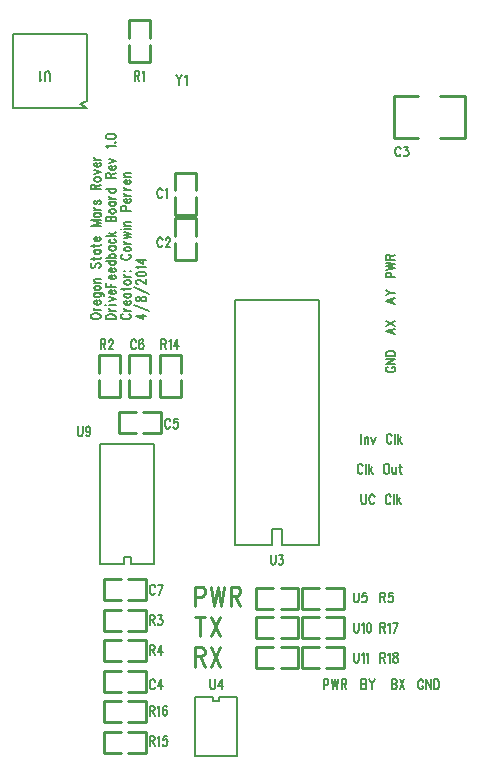
<source format=gto>
*
*
G04 PADS 9.3.1 Build Number: 456998 generated Gerber (RS-274-X) file*
G04 PC Version=2.1*
*
%IN "DriveFeedback.pcb"*%
*
%MOIN*%
*
%FSLAX35Y35*%
*
*
*
*
G04 PC Standard Apertures*
*
*
G04 Thermal Relief Aperture macro.*
%AMTER*
1,1,$1,0,0*
1,0,$1-$2,0,0*
21,0,$3,$4,0,0,45*
21,0,$3,$4,0,0,135*
%
*
*
G04 Annular Aperture macro.*
%AMANN*
1,1,$1,0,0*
1,0,$2,0,0*
%
*
*
G04 Odd Aperture macro.*
%AMODD*
1,1,$1,0,0*
1,0,$1-0.005,0,0*
%
*
*
G04 PC Custom Aperture Macros*
*
*
*
*
*
*
G04 PC Aperture Table*
*
%ADD010C,0.001*%
%ADD011C,0.01*%
%ADD040C,0.00787*%
%ADD202C,0.00504*%
%ADD203C,0.00504*%
*
*
*
*
G04 PC Circuitry*
G04 Layer Name DriveFeedback.pcb - circuitry*
%LPD*%
*
*
G04 PC Custom Flashes*
G04 Layer Name DriveFeedback.pcb - flashes*
%LPD*%
*
*
G04 PC Circuitry*
G04 Layer Name DriveFeedback.pcb - circuitry*
%LPD*%
*
G54D10*
G54D11*
G01X59366Y244980D02*
Y250780D01*
X52366*
Y244980*
X59366Y242580D02*
Y236780D01*
X52366*
Y242580*
X49209Y133247D02*
Y139047D01*
X42209*
Y133247*
X49209Y130847D02*
Y125047D01*
X42209*
Y130847*
X118050Y44689D02*
X123850D01*
Y51689*
X118050*
X115650Y44689D02*
X109850D01*
Y51689*
X115650*
X49587Y13657D02*
X43787D01*
Y6657*
X49587*
X51987Y13657D02*
X57787D01*
Y6657*
X51987*
Y16815D02*
X57787D01*
Y23815*
X51987*
X49587Y16815D02*
X43787D01*
Y23815*
X49587*
X57066Y113311D02*
X62866D01*
Y120311*
X57066*
X54666Y113311D02*
X48866D01*
Y120311*
X54666*
X59366Y133247D02*
Y139047D01*
X52366*
Y133247*
X59366Y130847D02*
Y125047D01*
X52366*
Y130847*
X69524Y133247D02*
Y139047D01*
X62524*
Y133247*
X69524Y130847D02*
Y125047D01*
X62524*
Y130847*
X118050Y34728D02*
X123850D01*
Y41728*
X118050*
X115650Y34728D02*
X109850D01*
Y41728*
X115650*
X100414Y51689D02*
X94614D01*
Y44689*
X100414*
X102814Y51689D02*
X108614D01*
Y44689*
X102814*
X100414Y41728D02*
X94614D01*
Y34728*
X100414*
X102814Y41728D02*
X108614D01*
Y34728*
X102814*
X67602Y191792D02*
Y185992D01*
X74602*
Y191792*
X67602Y194192D02*
Y199992D01*
X74602*
Y194192*
X67602Y176556D02*
Y170756D01*
X74602*
Y176556*
X67602Y178956D02*
Y184756D01*
X74602*
Y178956*
X156112Y211386D02*
X164162D01*
Y225386*
X156112*
X148612Y211386D02*
X140562D01*
Y225386*
X148612*
X51987Y47287D02*
X57787D01*
Y54287*
X51987*
X49587Y47287D02*
X43787D01*
Y54287*
X49587*
X51987Y37130D02*
X57787D01*
Y44130*
X51987*
X49587Y37130D02*
X43787D01*
Y44130*
X49587*
X51987Y26972D02*
X57787D01*
Y33972*
X51987*
X49587Y26972D02*
X43787D01*
Y33972*
X49587*
X51987Y57445D02*
X57787D01*
Y64445*
X51987*
X49587Y57445D02*
X43787D01*
Y64445*
X49587*
X115650Y61453D02*
X109850D01*
Y54453*
X115650*
X118050Y61453D02*
X123850D01*
Y54453*
X118050*
X100414Y61453D02*
X94614D01*
Y54453*
X100414*
X102814Y61453D02*
X108614D01*
Y54453*
X102814*
X74331Y41838D02*
Y35276D01*
Y41838D02*
X76376D01*
X77058Y41526*
X77285Y41213*
X77513Y40588*
Y39963*
X77285Y39338*
X77058Y39026*
X76376Y38713*
X74331*
X75922D02*
X77513Y35276D01*
X79558Y41838D02*
X82740Y35276D01*
Y41838D02*
X79558Y35276D01*
X75922Y51917D02*
Y45354D01*
X74331Y51917D02*
X77513D01*
X79558D02*
X82740Y45354D01*
Y51917D02*
X79558Y45354D01*
X74331Y61996D02*
Y55433D01*
Y61996D02*
X76376D01*
X77058Y61683*
X77285Y61371*
X77513Y60746*
Y59808*
X77285Y59183*
X77058Y58871*
X76376Y58558*
X74331*
X79558Y61996D02*
X80694Y55433D01*
X81831Y61996D02*
X80694Y55433D01*
X81831Y61996D02*
X82967Y55433D01*
X84103Y61996D02*
X82967Y55433D01*
X86149Y61996D02*
Y55433D01*
Y61996D02*
X88194D01*
X88876Y61683*
X89103Y61371*
X89331Y60746*
Y60121*
X89103Y59496*
X88876Y59183*
X88194Y58871*
X86149*
X87740D02*
X89331Y55433D01*
G54D40*
X38268Y246181D02*
X13465D01*
Y221378*
X38268*
Y221673*
X36102Y222756*
X38268Y223839*
Y246181*
X60709Y69370D02*
X52785D01*
Y71880*
X50522*
Y69370*
X42598*
Y109528*
X60709*
Y69370*
X115551Y75965D02*
X103322D01*
Y81070*
X99828*
Y75965*
X87598*
Y157657*
X115551*
Y75965*
X74173Y25079D02*
X80374D01*
Y23848*
X82146*
Y25079*
X88346*
Y5394*
X74173*
Y25079*
G54D202*
X25866Y230472D02*
Y232835D01*
X25752Y233307*
X25523Y233622*
X25179Y233780*
X24950*
X24606Y233622*
X24377Y233307*
X24263Y232835*
Y230472*
X23232Y231102D02*
X23003Y230945D01*
X22659Y230472*
Y233780*
X54173Y233858D02*
Y230551D01*
Y233858D02*
X55204D01*
X55548Y233701*
X55662Y233543*
X55777Y233228*
Y232913*
X55662Y232598*
X55548Y232441*
X55204Y232283*
X54173*
X54975D02*
X55777Y230551D01*
X56807Y233228D02*
X57037Y233386D01*
X57380Y233858*
Y230551*
X42835Y144409D02*
Y141102D01*
Y144409D02*
X43865D01*
X44209Y144252*
X44324Y144094*
X44438Y143780*
Y143465*
X44324Y143150*
X44209Y142992*
X43865Y142835*
X42835*
X43636D02*
X44438Y141102D01*
X45583Y143622D02*
Y143780D01*
X45698Y144094*
X45812Y144252*
X46042Y144409*
X46500*
X46729Y144252*
X46843Y144094*
X46958Y143780*
Y143465*
X46843Y143150*
X46614Y142677*
X45469Y141102*
X47072*
X68031Y232598D02*
X68948Y231024D01*
Y229291*
X69864Y232598D02*
X68948Y231024D01*
X70895Y231969D02*
X71124Y232126D01*
X71467Y232598*
Y229291*
X35276Y115433D02*
Y113071D01*
X35390Y112598*
X35619Y112283*
X35963Y112126*
X36192*
X36535Y112283*
X36764Y112598*
X36879Y113071*
Y115433*
X39399Y114331D02*
X39284Y113858D01*
X39055Y113543*
X38712Y113386*
X38597*
X38253Y113543*
X38024Y113858*
X37910Y114331*
Y114488*
X38024Y114961*
X38253Y115276*
X38597Y115433*
X38712*
X39055Y115276*
X39284Y114961*
X39399Y114331*
Y113543*
X39284Y112756*
X39055Y112283*
X38712Y112126*
X38482*
X38139Y112283*
X38024Y112598*
X136063Y49921D02*
Y46614D01*
Y49921D02*
X137094D01*
X137437Y49764*
X137552Y49606*
X137666Y49291*
Y48976*
X137552Y48661*
X137437Y48504*
X137094Y48346*
X136063*
X136865D02*
X137666Y46614D01*
X138697Y49291D02*
X138926Y49449D01*
X139270Y49921*
Y46614*
X141904Y49921D02*
X140759Y46614D01*
X140301Y49921D02*
X141904D01*
X59213Y12126D02*
Y8819D01*
Y12126D02*
X60243D01*
X60587Y11969*
X60702Y11811*
X60816Y11496*
Y11181*
X60702Y10866*
X60587Y10709*
X60243Y10551*
X59213*
X60014D02*
X60816Y8819D01*
X61847Y11496D02*
X62076Y11654D01*
X62419Y12126*
Y8819*
X64939Y12126D02*
X63794D01*
X63679Y10709*
X63794Y10866*
X64137Y11024*
X64481*
X64825Y10866*
X65054Y10551*
X65168Y10079*
X65054Y9764*
X64939Y9291*
X64710Y8976*
X64366Y8819*
X64366D02*
X64023D01*
X63679Y8976*
X63565Y9134*
X63450Y9449*
X59213Y22205D02*
Y18898D01*
Y22205D02*
X60243D01*
X60587Y22047*
X60702Y21890*
X60816Y21575*
Y21260*
X60702Y20945*
X60587Y20787*
X60243Y20630*
X59213*
X60014D02*
X60816Y18898D01*
X61847Y21575D02*
X62076Y21732D01*
X62419Y22205*
Y18898*
X64825Y21732D02*
X64710Y22047D01*
X64366Y22205*
X64366D02*
X64137D01*
X63794Y22047*
X63565Y21575*
X63450Y20787*
Y20000*
X63565Y19370*
X63794Y19055*
X64137Y18898*
X64252*
X64596Y19055*
X64825Y19370*
X64939Y19843*
Y20000*
X64825Y20472*
X64596Y20787*
X64252Y20945*
X64137*
X63794Y20787*
X63565Y20472*
X63450Y20000*
X65970Y117165D02*
X65855Y117480D01*
X65626Y117795*
X65397Y117953*
X64939*
X64710Y117795*
X64481Y117480*
X64366Y117165*
X64366D02*
X64252Y116693D01*
Y115906*
X64366Y115433*
X64366D02*
X64481Y115118D01*
X64710Y114803*
X64939Y114646*
X65397*
X65626Y114803*
X65855Y115118*
X65970Y115433*
X68490Y117953D02*
X67344D01*
X67230Y116535*
X67344Y116693*
X67688Y116850*
X68031*
X68375Y116693*
X68604Y116378*
X68719Y115906*
X68604Y115591*
X68490Y115118*
X68261Y114803*
X67917Y114646*
X67573*
X67230Y114803*
X67115Y114961*
X67001Y115276*
X54631Y143622D02*
X54517Y143937D01*
X54288Y144252*
X54059Y144409*
X53601*
X53372Y144252*
X53142Y143937*
X53028Y143622*
X52913Y143150*
Y142362*
X53028Y141890*
X53142Y141575*
X53372Y141260*
X53601Y141102*
X54059*
X54288Y141260*
X54517Y141575*
X54631Y141890*
X57037Y143937D02*
X56922Y144252D01*
X56578Y144409*
X56349*
X56006Y144252*
X55777Y143780*
X55662Y142992*
Y142205*
X55777Y141575*
X56006Y141260*
X56349Y141102*
X56464*
X56807Y141260*
X57037Y141575*
X57151Y142047*
Y142205*
X57037Y142677*
X56807Y142992*
X56464Y143150*
X56349*
X56006Y142992*
X55777Y142677*
X55662Y142205*
X62992Y144409D02*
Y141102D01*
Y144409D02*
X64023D01*
X64366Y144252*
X64366D02*
X64481Y144094D01*
X64596Y143780*
Y143465*
X64481Y143150*
X64366Y142992*
X64366D02*
X64023Y142835D01*
X62992*
X63794D02*
X64596Y141102D01*
X65626Y143780D02*
X65855Y143937D01*
X66199Y144409*
Y141102*
X68375Y144409D02*
X67230Y142205D01*
X68948*
X68375Y144409D02*
Y141102D01*
X136063Y39843D02*
Y36535D01*
Y39843D02*
X137094D01*
X137437Y39685*
X137552Y39528*
X137666Y39213*
Y38898*
X137552Y38583*
X137437Y38425*
X137094Y38268*
X136063*
X136865D02*
X137666Y36535D01*
X138697Y39213D02*
X138926Y39370D01*
X139270Y39843*
Y36535*
X140873Y39843D02*
X140530Y39685D01*
X140415Y39370*
Y39055*
X140530Y38740*
X140759Y38583*
X141217Y38425*
X141560Y38268*
X141790Y37953*
X141904Y37638*
Y37165*
X141790Y36850*
X141675Y36693*
X141331Y36535*
X140873*
X140530Y36693*
X140415Y36850*
X140301Y37165*
Y37638*
X140415Y37953*
X140644Y38268*
X140988Y38425*
X141446Y38583*
X141675Y38740*
X141790Y39055*
Y39370*
X141675Y39685*
X141331Y39843*
X140873*
X127244Y49921D02*
Y47559D01*
X127359Y47087*
X127588Y46772*
X127931Y46614*
X128160*
X128504Y46772*
X128733Y47087*
X128848Y47559*
Y49921*
X129878Y49291D02*
X130107Y49449D01*
X130451Y49921*
Y46614*
X132169Y49921D02*
X131825Y49764D01*
X131596Y49291*
X131482Y48504*
Y48031*
X131596Y47244*
X131825Y46772*
X132169Y46614*
X132398*
X132742Y46772*
X132971Y47244*
X133085Y48031*
Y48504*
X132971Y49291*
X132742Y49764*
X132398Y49921*
X132169*
X127244Y39843D02*
Y37480D01*
X127359Y37008*
X127588Y36693*
X127931Y36535*
X128160*
X128504Y36693*
X128733Y37008*
X128848Y37480*
Y39843*
X129878Y39213D02*
X130107Y39370D01*
X130451Y39843*
Y36535*
X131482Y39213D02*
X131711Y39370D01*
X132054Y39843*
Y36535*
X63450Y194016D02*
X63336Y194331D01*
X63107Y194646*
X62878Y194803*
X62419*
X62190Y194646*
X61961Y194331*
X61847Y194016*
X61732Y193543*
Y192756*
X61847Y192283*
X61961Y191969*
X62190Y191654*
X62419Y191496*
X62878*
X63107Y191654*
X63336Y191969*
X63450Y192283*
X64481Y194173D02*
X64710Y194331D01*
X65054Y194803*
Y191496*
X63450Y177638D02*
X63336Y177953D01*
X63107Y178268*
X62878Y178425*
X62419*
X62190Y178268*
X61961Y177953*
X61847Y177638*
X61732Y177165*
Y176378*
X61847Y175906*
X61961Y175591*
X62190Y175276*
X62419Y175118*
X62878*
X63107Y175276*
X63336Y175591*
X63450Y175906*
X64596Y177638D02*
Y177795D01*
X64710Y178110*
X64825Y178268*
X65054Y178425*
X65512*
X65741Y178268*
X65855Y178110*
X65970Y177795*
Y177480*
X65855Y177165*
X65626Y176693*
X64481Y175118*
X66084*
X142820Y207874D02*
X142706Y208189D01*
X142477Y208504*
X142248Y208661*
X141790*
X141560Y208504*
X141331Y208189*
X141217Y207874*
X141102Y207402*
Y206614*
X141217Y206142*
X141331Y205827*
X141560Y205512*
X141790Y205354*
X142248*
X142477Y205512*
X142706Y205827*
X142820Y206142*
X144080Y208661D02*
X145340D01*
X144653Y207402*
X144996*
X145225Y207244*
X145340Y207087*
X145455Y206614*
Y206299*
X145340Y205827*
X145111Y205512*
X144767Y205354*
X144424*
X144080Y205512*
X143966Y205669*
X143851Y205984*
X99528Y72598D02*
Y70236D01*
X99642Y69764*
X99871Y69449*
X100215Y69291*
X100444*
X100787Y69449*
X101016Y69764*
X101131Y70236*
Y72598*
X102391D02*
X103651D01*
X102963Y71339*
X103307*
X103536Y71181*
X103651Y71024*
X103765Y70551*
Y70236*
X103651Y69764*
X103422Y69449*
X103078Y69291*
X102734*
X102391Y69449*
X102276Y69606*
X102162Y69921*
X79370Y31024D02*
Y28661D01*
X79485Y28189*
X79714Y27874*
X80057Y27717*
X80286*
X80630Y27874*
X80859Y28189*
X80974Y28661*
Y31024*
X83150D02*
X82004Y28819D01*
X83722*
X83150Y31024D02*
Y27717D01*
X59213Y52441D02*
Y49134D01*
Y52441D02*
X60243D01*
X60587Y52283*
X60702Y52126*
X60816Y51811*
Y51496*
X60702Y51181*
X60587Y51024*
X60243Y50866*
X59213*
X60014D02*
X60816Y49134D01*
X62076Y52441D02*
X63336D01*
X62649Y51181*
X62992*
X63221Y51024*
X63336Y50866*
X63450Y50394*
Y50079*
X63336Y49606*
X63107Y49291*
X62763Y49134*
X62419*
X62076Y49291*
X61961Y49449*
X61847Y49764*
X59213Y42362D02*
Y39055D01*
Y42362D02*
X60243D01*
X60587Y42205*
X60702Y42047*
X60816Y41732*
Y41417*
X60702Y41102*
X60587Y40945*
X60243Y40787*
X59213*
X60014D02*
X60816Y39055D01*
X62992Y42362D02*
X61847Y40157D01*
X63565*
X62992Y42362D02*
Y39055D01*
X60931Y30236D02*
X60816Y30551D01*
X60587Y30866*
X60358Y31024*
X59900*
X59671Y30866*
X59442Y30551*
X59327Y30236*
X59213Y29764*
Y28976*
X59327Y28504*
X59442Y28189*
X59671Y27874*
X59900Y27717*
X60358*
X60587Y27874*
X60816Y28189*
X60931Y28504*
X63107Y31024D02*
X61961Y28819D01*
X63679*
X63107Y31024D02*
Y27717D01*
X60931Y61732D02*
X60816Y62047D01*
X60587Y62362*
X60358Y62520*
X59900*
X59671Y62362*
X59442Y62047*
X59327Y61732*
X59213Y61260*
Y60472*
X59327Y60000*
X59442Y59685*
X59671Y59370*
X59900Y59213*
X60358*
X60587Y59370*
X60816Y59685*
X60931Y60000*
X63565Y62520D02*
X62419Y59213D01*
X61961Y62520D02*
X63565D01*
X136063Y60000D02*
Y56693D01*
Y60000D02*
X137094D01*
X137437Y59843*
X137552Y59685*
X137666Y59370*
Y59055*
X137552Y58740*
X137437Y58583*
X137094Y58425*
X136063*
X136865D02*
X137666Y56693D01*
X140186Y60000D02*
X139041D01*
X138926Y58583*
X139041Y58740*
X139384Y58898*
X139728*
X140072Y58740*
X140301Y58425*
X140415Y57953*
X140301Y57638*
X140186Y57165*
X139957Y56850*
X139613Y56693*
X139270*
X138926Y56850*
X138812Y57008*
X138697Y57323*
X127244Y60000D02*
Y57638D01*
X127359Y57165*
X127588Y56850*
X127931Y56693*
X128160*
X128504Y56850*
X128733Y57165*
X128848Y57638*
Y60000*
X131367D02*
X130222D01*
X130107Y58583*
X130222Y58740*
X130565Y58898*
X130565D02*
X130909D01*
X131253Y58740*
X131482Y58425*
X131596Y57953*
X131482Y57638*
X131367Y57165*
X131138Y56850*
X130795Y56693*
X130451*
X130107Y56850*
X129993Y57008*
X129878Y57323*
X139843Y31024D02*
Y27717D01*
Y31024D02*
X140873D01*
X141217Y30866*
X141331Y30709*
X141446Y30394*
Y30079*
X141331Y29764*
X141217Y29606*
X140873Y29449*
X139843D02*
X140873D01*
X141217Y29291*
X141331Y29134*
X141446Y28819*
Y28346*
X141331Y28031*
X141217Y27874*
X140873Y27717*
X139843*
X142477Y31024D02*
X144080Y27717D01*
Y31024D02*
X142477Y27717D01*
X129764Y31024D02*
Y27717D01*
Y31024D02*
X130795D01*
X131138Y30866*
X131253Y30709*
X131367Y30394*
Y30079*
X131253Y29764*
X131138Y29606*
X130795Y29449*
X129764D02*
X130795D01*
X131138Y29291*
X131253Y29134*
X131367Y28819*
Y28346*
X131253Y28031*
X131138Y27874*
X130795Y27717*
X129764*
X132398Y31024D02*
X133314Y29449D01*
Y27717*
X134230Y31024D02*
X133314Y29449D01*
X150379Y30236D02*
X150265Y30551D01*
X150036Y30866*
X149807Y31024*
X149349*
X149120Y30866*
X148890Y30551*
X148776Y30236*
X148661Y29764*
Y28976*
X148776Y28504*
X148890Y28189*
X149120Y27874*
X149349Y27717*
X149807*
X150036Y27874*
X150265Y28189*
X150379Y28504*
Y28976*
X149807D02*
X150379D01*
X151410Y31024D02*
Y27717D01*
Y31024D02*
X153014Y27717D01*
Y31024D02*
Y27717D01*
X154044Y31024D02*
Y27717D01*
Y31024D02*
X154846D01*
X155190Y30866*
X155419Y30551*
X155533Y30236*
X155648Y29764*
Y28976*
X155533Y28504*
X155419Y28189*
X155190Y27874*
X154846Y27717*
X154044*
X117165Y31024D02*
Y27717D01*
Y31024D02*
X118196D01*
X118540Y30866*
X118654Y30709*
X118769Y30394*
Y29921*
X118654Y29606*
X118540Y29449*
X118196Y29291*
X117165*
X119800Y31024D02*
X120372Y27717D01*
X120945Y31024D02*
X120372Y27717D01*
X120945Y31024D02*
X121518Y27717D01*
X122090Y31024D02*
X121518Y27717D01*
X123121Y31024D02*
Y27717D01*
Y31024D02*
X124152D01*
X124495Y30866*
X124610Y30709*
X124724Y30394*
Y30079*
X124610Y29764*
X124495Y29606*
X124152Y29449*
X123121*
X123923D02*
X124724Y27717D01*
X137795Y157137D02*
X141102Y156220D01*
X137795Y157137D02*
X141102Y158053D01*
X140000Y156564D02*
Y157709D01*
X137795Y159084D02*
X139370Y160000D01*
X141102*
X137795Y160916D02*
X139370Y160000D01*
X137795Y147058D02*
X141102Y146142D01*
X137795Y147058D02*
X141102Y147974D01*
X140000Y146485D02*
Y147631D01*
X137795Y149005D02*
X141102Y150608D01*
X137795D02*
X141102Y149005D01*
X138583Y135261D02*
X138268Y135147D01*
X137953Y134918*
X137795Y134689*
Y134230*
X137953Y134001*
X138268Y133772*
X138583Y133658*
X139055Y133543*
X139843*
X140315Y133658*
X140630Y133772*
X140945Y134001*
X141102Y134230*
Y134689*
X140945Y134918*
X140630Y135147*
X140315Y135261*
X139843*
Y134689D02*
Y135261D01*
X137795Y136292D02*
X141102D01*
X137795D02*
X141102Y137895D01*
X137795D02*
X141102D01*
X137795Y138926D02*
X141102D01*
X137795D02*
Y139728D01*
X137953Y140072*
X138268Y140301*
X138583Y140415*
X139055Y140530*
X139843*
X140315Y140415*
X140630Y140301*
X140945Y140072*
X141102Y139728*
Y138926*
X137795Y165039D02*
X141102D01*
X137795D02*
Y166070D01*
X137953Y166414*
X138110Y166528*
X138425Y166643*
X138898*
X139213Y166528*
X139370Y166414*
X139528Y166070*
Y165039*
X137795Y167674D02*
X141102Y168246D01*
X137795Y168819D02*
X141102Y168246D01*
X137795Y168819D02*
X141102Y169392D01*
X137795Y169964D02*
X141102Y169392D01*
X137795Y170995D02*
X141102D01*
X137795D02*
Y172026D01*
X137953Y172369*
X138110Y172484*
X138425Y172598*
X138740*
X139055Y172484*
X139213Y172369*
X139370Y172026*
Y170995*
Y171797D02*
X141102Y172598D01*
X129764Y92756D02*
Y90394D01*
X129878Y89921*
X130107Y89606*
X130451Y89449*
X130680*
X131024Y89606*
X131253Y89921*
X131367Y90394*
Y92756*
X134116Y91969D02*
X134001Y92283D01*
X133772Y92598*
X133543Y92756*
X133085*
X132856Y92598*
X132627Y92283*
X132513Y91969*
X132398Y91496*
Y90709*
X132513Y90236*
X132627Y89921*
X132856Y89606*
X133085Y89449*
X133543*
X133772Y89606*
X134001Y89921*
X134116Y90236*
X139499Y91969D02*
X139384Y92283D01*
X139155Y92598*
X138926Y92756*
X138468*
X138239Y92598*
X138010Y92283*
X137895Y91969*
X137781Y91496*
Y90709*
X137895Y90236*
X138010Y89921*
X138239Y89606*
X138468Y89449*
X138926*
X139155Y89606*
X139384Y89921*
X139499Y90236*
X140530Y92756D02*
Y89449D01*
X141560Y92756D02*
Y89449D01*
X142706Y91654D02*
X141560Y90079D01*
X142019Y90709D02*
X142820Y89449D01*
X129764Y112913D02*
Y109606D01*
X130795Y111811D02*
Y109606D01*
Y111181D02*
X131138Y111654D01*
X131367Y111811*
X131711*
X131940Y111654*
X132054Y111181*
Y109606*
X133085Y111811D02*
X133772Y109606D01*
X134460Y111811D02*
X133772Y109606D01*
X139843Y112126D02*
X139728Y112441D01*
X139499Y112756*
X139270Y112913*
X138812*
X138583Y112756*
X138354Y112441*
X138239Y112126*
X138125Y111654*
Y110866*
X138239Y110394*
X138354Y110079*
X138583Y109764*
X138812Y109606*
X139270*
X139499Y109764*
X139728Y110079*
X139843Y110394*
X140873Y112913D02*
Y109606D01*
X141904Y112913D02*
Y109606D01*
X143049Y111811D02*
X141904Y110236D01*
X142362Y110866D02*
X143164Y109606D01*
X130222Y102047D02*
X130107Y102362D01*
X129878Y102677*
X129649Y102835*
X129191*
X128962Y102677*
X128733Y102362*
X128618Y102047*
X128504Y101575*
Y100787*
X128618Y100315*
X128733Y100000*
X128962Y99685*
X129191Y99528*
X129649*
X129878Y99685*
X130107Y100000*
X130222Y100315*
X131253Y102835D02*
Y99528D01*
X132283Y102835D02*
Y99528D01*
X133429Y101732D02*
X132283Y100157D01*
X132742Y100787D02*
X133543Y99528D01*
X137895Y102835D02*
X137666Y102677D01*
X137437Y102362*
X137323Y102047*
X137208Y101575*
Y100787*
X137323Y100315*
X137437Y100000*
X137666Y99685*
X137895Y99528*
X138354*
X138583Y99685*
X138812Y100000*
X138926Y100315*
X139041Y100787*
Y101575*
X138926Y102047*
X138812Y102362*
X138583Y102677*
X138354Y102835*
X137895*
X140072Y101732D02*
Y100157D01*
X140186Y99685*
X140415Y99528*
X140759*
X140988Y99685*
X141331Y100157*
Y101732D02*
Y99528D01*
X142706Y102835D02*
Y100157D01*
X142820Y99685*
X143049Y99528*
X143278*
X142362Y101732D02*
X143164D01*
X50394Y152899D02*
X50079Y152785D01*
X49764Y152555*
X49606Y152326*
Y151868*
X49764Y151639*
X50079Y151410*
X50394Y151296*
X50866Y151181*
X51654*
X52126Y151296*
X52441Y151410*
X52756Y151639*
X52913Y151868*
Y152326*
X52756Y152555*
X52441Y152785*
X52126Y152899*
X50709Y153930D02*
X52913D01*
X51654D02*
X51181Y154044D01*
X50866Y154273*
X50709Y154503*
Y154846*
X51654Y155877D02*
Y157251D01*
X51339*
X51024Y157137*
X50866Y157022*
X50709Y156793*
Y156450*
X50866Y156220*
X51181Y155991*
X51654Y155877*
X51969*
X52441Y155991*
X52756Y156220*
X52913Y156450*
Y156793*
X52756Y157022*
X52441Y157251*
X50709Y159656D02*
X52913D01*
X51181D02*
X50866Y159427D01*
X50709Y159198*
Y158855*
X50866Y158626*
X51181Y158397*
X51654Y158282*
X51969*
X52441Y158397*
X52756Y158626*
X52913Y158855*
Y159198*
X52756Y159427*
X52441Y159656*
X49606Y161031D02*
X52283D01*
X52756Y161145*
X52913Y161374*
Y161603*
X50709Y160687D02*
Y161489D01*
Y163207D02*
X50866Y162978D01*
X51181Y162749*
X51654Y162634*
X51969*
X52441Y162749*
X52756Y162978*
X52913Y163207*
Y163550*
X52756Y163780*
X52441Y164009*
X51969Y164123*
X51654*
X51181Y164009*
X50866Y163780*
X50709Y163550*
Y163207*
Y165154D02*
X52913D01*
X51654D02*
X51181Y165268D01*
X50866Y165497*
X50709Y165727*
Y166070*
Y167215D02*
X50866Y167101D01*
X51024Y167215*
X50866Y167330*
X50709Y167215*
X52598D02*
X52756Y167101D01*
X52913Y167215*
X52756Y167330*
X52598Y167215*
X50394Y172713D02*
X50079Y172598D01*
X49764Y172369*
X49606Y172140*
Y171682*
X49764Y171453*
X50079Y171224*
X50394Y171110*
X50866Y170995*
X51654*
X52126Y171110*
X52441Y171224*
X52756Y171453*
X52913Y171682*
Y172140*
X52756Y172369*
X52441Y172598*
X52126Y172713*
X50709Y174316D02*
X50866Y174087D01*
X51181Y173858*
X51654Y173744*
X51969*
X52441Y173858*
X52756Y174087*
X52913Y174316*
Y174660*
X52756Y174889*
X52441Y175118*
X51969Y175233*
X51654*
X51181Y175118*
X50866Y174889*
X50709Y174660*
Y174316*
Y176263D02*
X52913D01*
X51654D02*
X51181Y176378D01*
X50866Y176607*
X50709Y176836*
Y177180*
Y178210D02*
X52913Y178669D01*
X50709Y179127D02*
X52913Y178669D01*
X50709Y179127D02*
X52913Y179585D01*
X50709Y180043D02*
X52913Y179585D01*
X49606Y181074D02*
X49764Y181188D01*
X49606Y181303*
X49449Y181188*
X49606Y181074*
X50709Y181188D02*
X52913D01*
X50709Y182334D02*
X52913D01*
X51339D02*
X50866Y182677D01*
X50709Y182906*
Y183250*
X50866Y183479*
X51339Y183593*
X52913*
X49606Y187258D02*
X52913D01*
X49606D02*
Y188289D01*
X49764Y188633*
X49921Y188747*
X50236Y188862*
X50709*
X51024Y188747*
X51181Y188633*
X51339Y188289*
Y187258*
X51654Y189893D02*
Y191267D01*
X51339*
X51024Y191152*
X50866Y191038*
X50709Y190809*
Y190465*
X50866Y190236*
X51181Y190007*
X51654Y189893*
X51969*
X52441Y190007*
X52756Y190236*
X52913Y190465*
Y190809*
X52756Y191038*
X52441Y191267*
X50709Y192298D02*
X52913D01*
X51654D02*
X51181Y192412D01*
X50866Y192641*
X50709Y192870*
Y193214*
Y194245D02*
X52913D01*
X51654D02*
X51181Y194359D01*
X50866Y194588*
X50709Y194817*
Y195161*
X51654Y196192D02*
Y197566D01*
X51339*
X51024Y197452*
X50866Y197337*
X50709Y197108*
Y196764*
X50866Y196535*
X51181Y196306*
X51654Y196192*
X51969*
X52441Y196306*
X52756Y196535*
X52913Y196764*
Y197108*
X52756Y197337*
X52441Y197566*
X50709Y198597D02*
X52913D01*
X51339D02*
X50866Y198941D01*
X50709Y199170*
Y199513*
X50866Y199742*
X51339Y199857*
X52913*
X54646Y152326D02*
X56850Y151181D01*
Y152899*
X54646Y152326D02*
X57953D01*
X54016Y155991D02*
X59055Y153930D01*
X54646Y157595D02*
X54803Y157251D01*
X55118Y157137*
X55433*
X55748Y157251*
X55906Y157480*
X56063Y157938*
X56220Y158282*
X56535Y158511*
X56850Y158626*
X57323*
X57638Y158511*
X57795Y158397*
X57953Y158053*
Y157595*
X57795Y157251*
X57638Y157137*
X57323Y157022*
X56850*
X56535Y157137*
X56220Y157366*
X56063Y157709*
X55906Y158168*
X55906D02*
X55748Y158397D01*
X55433Y158511*
X55118*
X54803Y158397*
X54646Y158053*
Y157595*
X54016Y161718D02*
X59055Y159656D01*
X55433Y162863D02*
X55276D01*
X54961Y162978*
X54803Y163092*
X54646Y163321*
Y163780*
X54803Y164009*
X54961Y164123*
X55276Y164238*
X55591*
X55906Y164123*
X56378Y163894*
X57953Y162749*
Y164352*
X54646Y166070D02*
X54803Y165727D01*
X55276Y165497*
X56063Y165383*
X56535*
X57323Y165497*
X57795Y165727*
X57953Y166070*
Y166299*
X57795Y166643*
X57323Y166872*
X56535Y166986*
X56063*
X55276Y166872*
X54803Y166643*
X54646Y166299*
Y166070*
X55276Y168017D02*
X55118Y168246D01*
X54646Y168590*
X57953*
X54646Y170766D02*
X56850Y169621D01*
Y171339*
X54646Y170766D02*
X57953D01*
X39528Y151868D02*
X39685Y151639D01*
X40000Y151410*
X40315Y151296*
X40787Y151181*
X41575*
X42047Y151296*
X42362Y151410*
X42677Y151639*
X42835Y151868*
Y152326*
X42677Y152555*
X42362Y152785*
X42047Y152899*
X41575Y153014*
X40787*
X40315Y152899*
X40000Y152785*
X39685Y152555*
X39528Y152326*
Y151868*
X40630Y154044D02*
X42835D01*
X41575D02*
X41102Y154159D01*
X40787Y154388*
X40630Y154617*
Y154961*
X41575Y155991D02*
Y157366D01*
X41260*
X40945Y157251*
X40787Y157137*
X40630Y156908*
Y156564*
X40787Y156335*
X41102Y156106*
X41575Y155991*
X41890*
X42362Y156106*
X42677Y156335*
X42835Y156564*
Y156908*
X42677Y157137*
X42362Y157366*
X40630Y159771D02*
X43150D01*
X43622Y159656*
X43780Y159542*
X43937Y159313*
Y158969*
X43780Y158740*
X41102Y159771D02*
X40787Y159542D01*
X40630Y159313*
Y158969*
X40787Y158740*
X41102Y158511*
X41575Y158397*
X41890*
X42362Y158511*
X42677Y158740*
X42835Y158969*
Y159313*
X42677Y159542*
X42362Y159771*
X40630Y161374D02*
X40787Y161145D01*
X41102Y160916*
X41575Y160802*
X41890*
X42362Y160916*
X42677Y161145*
X42835Y161374*
Y161718*
X42677Y161947*
X42362Y162176*
X41890Y162291*
X41575*
X41102Y162176*
X40787Y161947*
X40630Y161718*
Y161374*
Y163321D02*
X42835D01*
X41260D02*
X40787Y163665D01*
X40630Y163894*
Y164238*
X40787Y164467*
X41260Y164581*
X42835*
X40000Y169850D02*
X39685Y169621D01*
X39528Y169277*
Y168819*
X39685Y168475*
X40000Y168246*
X40315*
X40630Y168361*
X40787Y168475*
X40945Y168704*
X41260Y169392*
X41417Y169621*
X41575Y169735*
X41890Y169850*
X42362*
X42677Y169621*
X42835Y169277*
Y168819*
X42677Y168475*
X42362Y168246*
X39528Y171224D02*
X42205D01*
X42677Y171339*
X42835Y171568*
Y171797*
X40630Y170880D02*
Y171682D01*
Y174202D02*
X42835D01*
X41102D02*
X40787Y173973D01*
X40630Y173744*
Y173400*
X40787Y173171*
X41102Y172942*
X41575Y172827*
X41890*
X42362Y172942*
X42677Y173171*
X42835Y173400*
Y173744*
X42677Y173973*
X42362Y174202*
X39528Y175576D02*
X42205D01*
X42677Y175691*
X42835Y175920*
Y176149*
X40630Y175233D02*
Y176034D01*
X41575Y177180D02*
Y178554D01*
X41260*
X40945Y178440*
X40787Y178325*
X40630Y178096*
Y177752*
X40787Y177523*
X41102Y177294*
X41575Y177180*
X41890*
X42362Y177294*
X42677Y177523*
X42835Y177752*
Y178096*
X42677Y178325*
X42362Y178554*
X39528Y182219D02*
X42835D01*
X39528D02*
X42835Y183135D01*
X39528Y184052D02*
X42835Y183135D01*
X39528Y184052D02*
X42835D01*
X40630Y186457D02*
X42835D01*
X41102D02*
X40787Y186228D01*
X40630Y185999*
Y185655*
X40787Y185426*
X41102Y185197*
X41575Y185082*
X41890*
X42362Y185197*
X42677Y185426*
X42835Y185655*
Y185999*
X42677Y186228*
X42362Y186457*
X40630Y187487D02*
X42835D01*
X41575D02*
X41102Y187602D01*
X40787Y187831*
X40630Y188060*
Y188404*
X41102Y190694D02*
X40787Y190580D01*
X40630Y190236*
Y189893*
X40787Y189549*
X41102Y189435*
X41102D02*
X41417Y189549D01*
X41575Y189778*
X41732Y190351*
X41890Y190580*
X42205Y190694*
X42362*
X42677Y190580*
X42835Y190236*
Y189893*
X42677Y189549*
X42362Y189435*
X39528Y194359D02*
X42835D01*
X39528D02*
Y195390D01*
X39685Y195734*
X39843Y195848*
X40157Y195963*
X40472*
X40787Y195848*
X40945Y195734*
X41102Y195390*
Y194359*
Y195161D02*
X42835Y195963D01*
X40630Y197566D02*
X40787Y197337D01*
X41102Y197108*
X41575Y196994*
X41890*
X42362Y197108*
X42677Y197337*
X42835Y197566*
Y197910*
X42677Y198139*
X42362Y198368*
X41890Y198482*
X41575*
X41102Y198368*
X40787Y198139*
X40630Y197910*
Y197566*
Y199513D02*
X42835Y200200D01*
X40630Y200888D02*
X42835Y200200D01*
X41575Y201918D02*
Y203293D01*
X41260*
X40945Y203178*
X40787Y203064*
X40630Y202835*
Y202491*
X40787Y202262*
X41102Y202033*
X41575Y201918*
X41890*
X42362Y202033*
X42677Y202262*
X42835Y202491*
Y202835*
X42677Y203064*
X42362Y203293*
X40630Y204324D02*
X42835D01*
X41575D02*
X41102Y204438D01*
X40787Y204667*
X40630Y204896*
Y205240*
G54D203*
X44567Y151181D02*
X47874D01*
X44567D02*
Y151983D01*
X44725Y152326*
X45040Y152555*
X45355Y152670*
X45827Y152784*
X46614*
X47087Y152670*
X47402Y152555*
X47717Y152326*
X47874Y151983*
Y151181*
X45669Y153815D02*
X47874D01*
X46614D02*
X46142Y153930D01*
X45827Y154159*
X45669Y154388*
Y154731*
X44567Y155762D02*
X44725Y155877D01*
X44567Y155991*
X44410Y155877*
X44567Y155762*
X45669Y155877D02*
X47874D01*
X45669Y157022D02*
X47874Y157709D01*
X45669Y158396D02*
X47874Y157709D01*
X46614Y159427D02*
Y160801D01*
X46299*
X45984Y160686*
X45827Y160572*
X45669Y160343*
Y159999*
X45827Y159770*
X46142Y159541*
X46614Y159427*
X46929*
X47402Y159541*
X47717Y159770*
X47874Y159999*
Y160343*
X47717Y160572*
X47402Y160801*
X44567Y161832D02*
X47874D01*
X44567D02*
Y163321D01*
X46142Y161832D02*
Y162748D01*
X46614Y164351D02*
Y165725D01*
X46299*
X45984Y165611*
X45827Y165496*
X45669Y165267*
Y164924*
X45827Y164695*
X46142Y164466*
X46614Y164351*
X46929*
X47402Y164466*
X47717Y164695*
X47874Y164924*
Y165267*
X47717Y165496*
X47402Y165725*
X46614Y166756D02*
Y168130D01*
X46299*
X45984Y168016*
X45827Y167901*
X45669Y167672*
Y167329*
X45827Y167100*
X46142Y166871*
X46614Y166756*
X46929*
X47402Y166871*
X47717Y167100*
X47874Y167329*
Y167672*
X47717Y167901*
X47402Y168130*
X44567Y170535D02*
X47874D01*
X46142D02*
X45827Y170306D01*
X45669Y170077*
Y169734*
X45827Y169505*
X46142Y169276*
X46614Y169161*
X46929*
X47402Y169276*
X47717Y169505*
X47874Y169734*
Y170077*
X47717Y170306*
X47402Y170535*
X44567Y171566D02*
X47874D01*
X46142D02*
X45827Y171795D01*
X45669Y172024*
Y172368*
X45827Y172597*
X46142Y172826*
X46614Y172940*
X46929*
X47402Y172826*
X47717Y172597*
X47874Y172368*
Y172024*
X47717Y171795*
X47402Y171566*
X45669Y175345D02*
X47874D01*
X46142D02*
X45827Y175116D01*
X45669Y174887*
Y174544*
X45827Y174315*
X46142Y174086*
X46614Y173971*
X46929*
X47402Y174086*
X47717Y174315*
X47874Y174544*
Y174887*
X47717Y175116*
X47402Y175345*
X46142Y177750D02*
X45827Y177521D01*
X45669Y177292*
Y176949*
X45827Y176720*
X46142Y176491*
X46614Y176376*
X46929*
X47402Y176491*
X47717Y176720*
X47874Y176949*
Y177292*
X47717Y177521*
X47402Y177750*
X44567Y178781D02*
X47874D01*
X45669Y179926D02*
X47244Y178781D01*
X46614Y179239D02*
X47874Y180041D01*
X44567Y183706D02*
X47874D01*
X44567D02*
Y184736D01*
X44725Y185080*
X44882Y185194*
X45197Y185309*
X45512*
X45827Y185194*
X45984Y185080*
X46142Y184736*
Y183706D02*
Y184736D01*
X46299Y185080*
X46457Y185194*
X46772Y185309*
X47244*
X47559Y185194*
X47717Y185080*
X47874Y184736*
Y183706*
X45669Y186912D02*
X45827Y186683D01*
X46142Y186454*
X46614Y186340*
X46929*
X47402Y186454*
X47717Y186683*
X47874Y186912*
Y187256*
X47717Y187485*
X47402Y187714*
X46929Y187828*
X46614*
X46142Y187714*
X45827Y187485*
X45669Y187256*
Y186912*
Y190233D02*
X47874D01*
X46142D02*
X45827Y190004D01*
X45669Y189775*
Y189432*
X45827Y189203*
X46142Y188974*
X46614Y188859*
X46929*
X47402Y188974*
X47717Y189203*
X47874Y189432*
Y189775*
X47717Y190004*
X47402Y190233*
X45669Y191264D02*
X47874D01*
X46614D02*
X46142Y191379D01*
X45827Y191608*
X45669Y191837*
Y192180*
X44567Y194585D02*
X47874D01*
X46142D02*
X45827Y194356D01*
X45669Y194127*
Y193784*
X45827Y193554*
X46142Y193325*
X46614Y193211*
X46929*
X47402Y193325*
X47717Y193554*
X47874Y193784*
Y194127*
X47717Y194356*
X47402Y194585*
X44567Y198250D02*
X47874D01*
X44567D02*
Y199281D01*
X44725Y199624*
X44882Y199739*
X45197Y199853*
X45512*
X45827Y199739*
X45984Y199624*
X46142Y199281*
Y198250*
Y199052D02*
X47874Y199853D01*
X46614Y200884D02*
Y202258D01*
X46299*
X45984Y202144*
X45827Y202029*
X45669Y201800*
Y201457*
X45827Y201228*
X46142Y200998*
X46614Y200884*
X46929*
X47402Y200998*
X47717Y201228*
X47874Y201457*
Y201800*
X47717Y202029*
X47402Y202258*
X45669Y203289D02*
X47874Y203976D01*
X45669Y204663D02*
X47874Y203976D01*
X45197Y208328D02*
X45040Y208557D01*
X44567Y208901*
X47874*
X47559Y210046D02*
X47717Y209931D01*
X47874Y210046*
X47717Y210160*
X47559Y210046*
X44567Y211878D02*
X44725Y211535D01*
X45197Y211306*
X45984Y211191*
X46457*
X47244Y211306*
X47717Y211535*
X47874Y211878*
Y212107*
X47717Y212451*
X47244Y212680*
X46457Y212794*
X45984*
X45197Y212680*
X44725Y212451*
X44567Y212107*
Y211878*
X0Y0D02*
M02*

</source>
